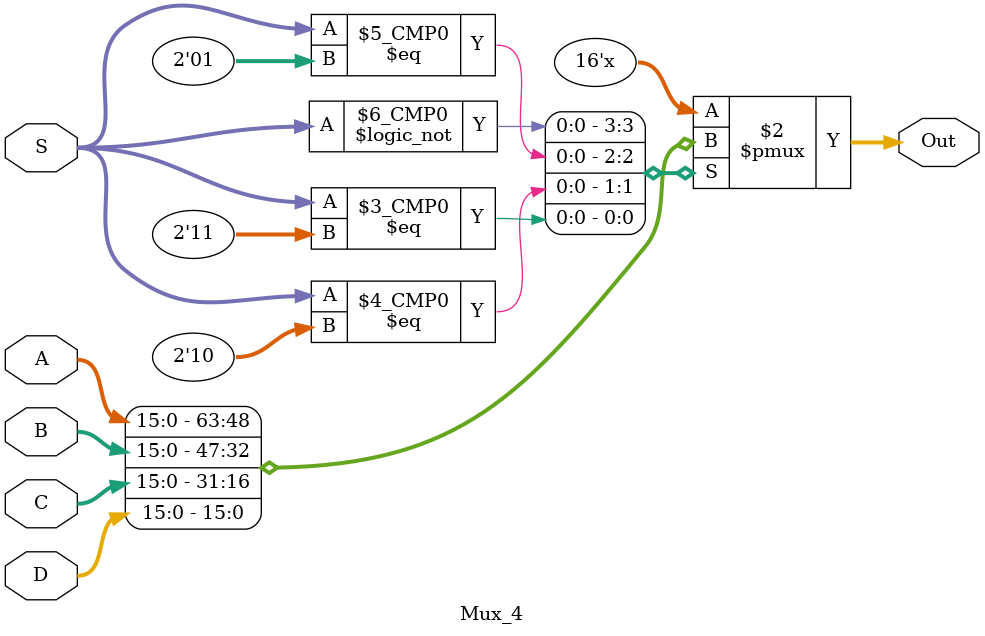
<source format=sv>
module Mux_4 #(N = 16)	(input logic [1:0] S,
								input logic [N-1:0] A,B,C,D,
								output logic [N-1:0] Out);
	always_comb 
		begin
			case(S)
				2'b00: Out = A;
				2'b01: Out = B;
				2'b10: Out = C;
				2'b11: Out = D;
				default: Out = {N{1'bX}};
			endcase
		end
		
endmodule 
				
</source>
